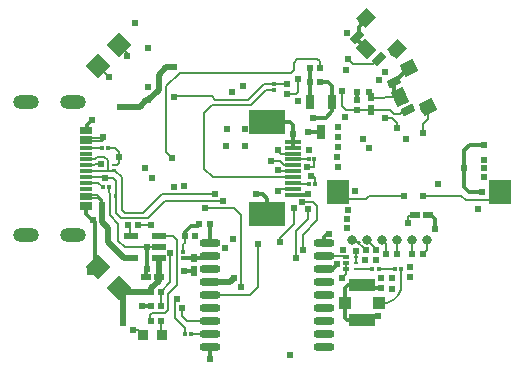
<source format=gbl>
G04 Layer: BottomLayer*
G04 Panelize: , Column: 1, Row: 1, Board Size: 43.14mm x 33.02mm, Panelized Board Size: 43.14mm x 33.02mm*
G04 EasyEDA v6.5.42, 2024-03-19 15:40:22*
G04 eeb97d59e02942aebf3b2853903f826f,9a4ed40c0dd746429eaf55b84663d2fb,10*
G04 Gerber Generator version 0.2*
G04 Scale: 100 percent, Rotated: No, Reflected: No *
G04 Dimensions in millimeters *
G04 leading zeros omitted , absolute positions ,4 integer and 5 decimal *
%FSLAX45Y45*%
%MOMM*%

%AMMACRO1*21,1,$1,$2,0,0,$3*%
%ADD10C,0.2000*%
%ADD11C,0.3000*%
%ADD12C,0.1600*%
%ADD13C,0.5000*%
%ADD14C,0.8000*%
%ADD15MACRO1,1.524X1.524X-44.9993*%
%ADD16MACRO1,1.524X1.524X-45.0007*%
%ADD17MACRO1,0.2997X1.0998X90.0000*%
%ADD18MACRO1,0.3023X1.0998X90.0000*%
%ADD19MACRO1,2X1.8X-90.0000*%
%ADD20MACRO1,1.524X1.524X-134.9993*%
%ADD21MACRO1,1.524X1.524X-135.0007*%
%ADD22MACRO1,0.54X0.5656X-90.0000*%
%ADD23MACRO1,0.54X0.5656X90.0000*%
%ADD24MACRO1,0.7X1.25X0.0000*%
%ADD25MACRO1,0.324X0.3031X-90.0000*%
%ADD26R,0.3240X0.3031*%
%ADD27MACRO1,0.324X0.3031X0.0000*%
%ADD28MACRO1,0.27X0.25X0.0000*%
%ADD29MACRO1,0.27X0.25X90.0000*%
%ADD30MACRO1,0.8X0.8X90.0000*%
%ADD31MACRO1,0.49X1.157X-90.0000*%
%ADD32MACRO1,0.49X1.175X-90.0000*%
%ADD33MACRO1,0.324X0.3031X90.0000*%
%ADD34MACRO1,0.3X1.3X90.0000*%
%ADD35MACRO1,2X3X90.0000*%
%ADD36O,1.7729962X0.6999986*%
%ADD37MACRO1,2.2X1.1X0.0000*%
%ADD38MACRO1,1.05X1X-90.0000*%
%ADD39R,0.4250X0.2800*%
%ADD40MACRO1,0.425X0.28X0.0000*%
%ADD41MACRO1,0.324X0.3685X-90.0000*%
%ADD42MACRO1,0.54X0.7901X-90.0000*%
%ADD43R,0.5400X0.7901*%
%ADD44MACRO1,0.54X0.7901X0.0000*%
%ADD45R,0.3240X0.3684*%
%ADD46MACRO1,0.324X0.3685X0.0000*%
%ADD47R,0.5400X0.5657*%
%ADD48MACRO1,0.54X0.5656X0.0000*%
%ADD49MACRO1,0.7X1.1X134.9985*%
%ADD50MACRO1,0.7X1.1X135.0015*%
%ADD51MACRO1,1.4X1.1X135.0000*%
%ADD52MACRO1,1.15X1.2X135.0009*%
%ADD53MACRO1,0.7X1.1X116.0007*%
%ADD54MACRO1,1.4X1.1X115.9997*%
%ADD55MACRO1,1.15X1.2X115.9997*%
%ADD56O,2.1999956000000003X1.1999976*%
%ADD57C,0.6096*%
%ADD58C,0.6200*%
%ADD59C,0.0124*%

%LPD*%
D10*
X-413004Y-301782D02*
G01*
X-334210Y-222991D01*
X-334210Y27602D01*
X-1045385Y718913D02*
G01*
X-854377Y718913D01*
D11*
X612Y-867011D02*
G01*
X-5Y-867011D01*
X-5Y-770003D01*
D12*
X1168986Y1668365D02*
G01*
X1214452Y1622899D01*
X1380822Y1622899D01*
X1429082Y1671413D01*
D10*
X1806780Y1042763D02*
G01*
X1806780Y1115915D01*
X1850214Y1159349D01*
X1850214Y1262473D01*
D11*
X874600Y1173573D02*
G01*
X982804Y1173573D01*
X1034366Y1225135D01*
X1034366Y1302859D01*
D12*
X1205562Y139539D02*
G01*
X1230858Y139539D01*
X1322397Y48000D01*
X1205562Y139539D02*
G01*
X1229311Y115790D01*
X1273964Y115790D01*
X1332565Y139542D02*
G01*
X1410591Y61516D01*
X1410591Y48607D01*
X1459562Y139539D02*
G01*
X1492196Y106906D01*
X1492196Y16499D01*
X1587908Y16197D02*
G01*
X1587908Y138198D01*
X1586565Y139542D01*
X1713565Y139542D02*
G01*
X1711505Y137482D01*
X1711505Y14394D01*
X1807491Y21887D02*
G01*
X1840565Y54960D01*
X1840565Y139542D01*
X1806780Y511903D02*
G01*
X2130122Y511903D01*
X2167714Y474057D01*
X2378026Y474057D01*
X2452956Y548987D01*
X1644982Y508601D02*
G01*
X1347294Y508347D01*
X1322148Y483201D01*
X1148666Y483201D01*
X1082880Y548987D01*
D11*
X706704Y518761D02*
G01*
X820244Y518761D01*
X830988Y529506D01*
X833998Y1049398D02*
G01*
X837430Y1052830D01*
X939297Y1052830D01*
D12*
X840818Y613503D02*
G01*
X706706Y613503D01*
X706706Y618837D01*
X889081Y613503D02*
G01*
X889081Y665827D01*
X875113Y679797D01*
X852299Y679797D01*
D10*
X706605Y868850D02*
G01*
X602648Y868850D01*
X574499Y896998D01*
X706617Y568868D02*
G01*
X597656Y568868D01*
X580189Y551400D01*
D11*
X2321384Y943449D02*
G01*
X2200226Y943449D01*
X2153998Y897221D01*
X2153998Y746345D01*
X2153996Y746401D02*
G01*
X2153996Y587700D01*
X2198093Y543603D01*
X2308202Y543603D01*
D10*
X1677748Y278985D02*
G01*
X1677748Y330039D01*
X1695274Y347565D01*
X1735406Y347565D01*
D11*
X1844299Y347690D02*
G01*
X1874100Y347690D01*
X1903199Y318592D01*
X1903199Y232503D01*
D12*
X706706Y668875D02*
G01*
X23700Y668875D01*
X-46911Y739487D01*
X-46911Y1214721D01*
X21922Y1283301D01*
X347042Y1283301D01*
X473280Y1409539D01*
X541860Y1409539D01*
X541860Y1457799D02*
G01*
X455500Y1457799D01*
X319102Y1321401D01*
X46814Y1321401D01*
X16588Y1351881D01*
X-297355Y1351881D01*
X-304975Y1344007D01*
X933782Y1595975D02*
G01*
X933782Y1648553D01*
X906604Y1672175D01*
X741758Y1672175D01*
X708484Y1638647D01*
X708484Y1578195D01*
X684862Y1554573D01*
X-255953Y1554573D01*
X-371777Y1438749D01*
X-371777Y886045D01*
X-318691Y832959D01*
D11*
X1034366Y1302859D02*
G01*
X1034366Y1444337D01*
X1003378Y1475325D01*
X930988Y1475325D01*
D12*
X652858Y1373217D02*
G01*
X731344Y1373217D01*
X745822Y1387695D01*
X745822Y1500725D01*
D13*
X-520113Y1319877D02*
G01*
X-434261Y1405729D01*
X-434261Y1535269D01*
X-370253Y1599277D01*
X-299641Y1599277D01*
D10*
X-853498Y1513497D02*
G01*
X-853498Y1516593D01*
X-947199Y1610293D01*
X-698698Y1690496D02*
G01*
X-698698Y1720999D01*
X-767595Y1789897D01*
X-498015Y-551594D02*
G01*
X-508175Y-541688D01*
X-508175Y-502318D01*
X-488363Y-482506D01*
X-381429Y-482506D01*
X-353997Y-455074D01*
X-353997Y-318930D01*
X-278305Y-243238D01*
X-278305Y138777D01*
X-312087Y172559D01*
X-397431Y172559D01*
D13*
X81Y-219872D02*
G01*
X170129Y-219872D01*
X206707Y-183294D01*
D11*
X962230Y110073D02*
G01*
X962230Y160619D01*
X993018Y191406D01*
X1012802Y191406D01*
D12*
X-224995Y35821D02*
G01*
X-224983Y102887D01*
X-213890Y113979D01*
X-213890Y167098D01*
X1246207Y1234531D02*
G01*
X1154257Y1234531D01*
X1114808Y1273980D01*
X1114808Y1399786D01*
D10*
X-208711Y-658530D02*
G01*
X-208711Y-609249D01*
X-296334Y-521622D01*
X-296334Y-381231D01*
X-278991Y-363888D01*
D11*
X-541423Y-176105D02*
G01*
X-541423Y-111848D01*
X-536084Y-106507D01*
X-535500Y-105918D01*
X-535500Y77561D01*
X-499285Y-419511D02*
G01*
X-549826Y-419511D01*
X-550616Y-420301D01*
X-571192Y-420301D01*
D10*
X-412671Y-419514D02*
G01*
X-412925Y-301912D01*
X-562937Y-670745D02*
G01*
X-609384Y-624298D01*
X-649800Y-624298D01*
X81Y-550072D02*
G01*
X-190926Y-550072D01*
X-232788Y-508210D01*
X-232788Y-436506D01*
D12*
X1678863Y1237378D02*
G01*
X1641358Y1237366D01*
X1607139Y1203154D01*
X1559664Y1203154D01*
X1528284Y1234531D01*
X1246207Y1234531D01*
D11*
X844306Y1302867D02*
G01*
X847257Y1305819D01*
X847257Y1596009D01*
X-138300Y-16898D02*
G01*
X-16901Y-16898D01*
X-5Y-2D01*
X81Y110073D02*
G01*
X-2435Y112590D01*
X-2435Y271772D01*
D10*
X-1045461Y919022D02*
G01*
X-1042609Y916170D01*
X-910104Y916170D01*
X-1045385Y768951D02*
G01*
X-979345Y767935D01*
X-970709Y776571D01*
X-924989Y776571D01*
X-1045461Y668837D02*
G01*
X-891346Y668837D01*
X-884171Y661662D01*
X-906523Y581398D02*
G01*
X-944029Y618904D01*
X-1045461Y618904D01*
X-677186Y264406D02*
G01*
X-677186Y172918D01*
X-676826Y172557D01*
X-1045385Y818989D02*
G01*
X-973757Y818989D01*
X-952167Y840579D01*
X-892477Y840579D01*
X-865299Y813655D01*
X-865299Y721707D01*
X-1045461Y518972D02*
G01*
X-953571Y518972D01*
X-910333Y475734D01*
X-910333Y433824D01*
X-1045448Y488995D02*
G01*
X-945436Y488995D01*
X-910333Y453895D01*
X-910333Y433824D01*
X-1045461Y968923D02*
G01*
X-1035215Y979167D01*
X-911092Y979167D01*
X-907539Y982723D01*
X-907539Y1011674D01*
D13*
X-734108Y-567900D02*
G01*
X-736704Y-565304D01*
X-736704Y-296171D01*
D10*
X-160449Y-658528D02*
G01*
X78Y-660052D01*
X1149581Y-5798D02*
G01*
X1143784Y-2D01*
X962304Y-2D01*
X1237079Y-105801D02*
G01*
X1370208Y-105801D01*
X1372872Y-108465D01*
X1427736Y-108465D02*
G01*
X1429765Y-110495D01*
X1565429Y-110495D01*
X1237084Y-55811D02*
G01*
X1237084Y-14655D01*
X1229550Y-7122D01*
X1237079Y-5801D02*
G01*
X1235991Y-4714D01*
X1235991Y46194D01*
X1149581Y-55811D02*
G01*
X1149581Y-99580D01*
X1142039Y-107121D01*
D12*
X706704Y718911D02*
G01*
X586897Y718911D01*
X574296Y731512D01*
X706683Y768913D02*
G01*
X627578Y768913D01*
X590710Y805781D01*
X514682Y805781D01*
X706681Y818923D02*
G01*
X812545Y818923D01*
X813064Y818405D01*
X837440Y818405D01*
X885746Y818403D02*
G01*
X885746Y754499D01*
X823191Y754499D01*
X1486489Y1170132D02*
G01*
X1542361Y1170132D01*
X1588264Y1124231D01*
X1588264Y1088890D01*
D10*
X1149581Y-105801D02*
G01*
X1149581Y-148369D01*
X1116840Y-181109D01*
X113362Y470247D02*
G01*
X-380159Y470247D01*
X-526971Y323435D01*
X-754301Y323435D01*
X-794433Y363567D01*
X-794433Y635855D01*
X-820341Y661763D01*
X-884095Y661763D01*
D11*
X-224995Y-19009D02*
G01*
X-210050Y-19009D01*
X-207939Y-16898D01*
X-138300Y-16898D01*
X1607271Y1349885D02*
G01*
X1562684Y1394472D01*
X1562684Y1475554D01*
X1324815Y1754459D02*
G01*
X1241717Y1837557D01*
X1241717Y1858746D01*
X706683Y918926D02*
G01*
X706683Y968913D01*
X706681Y968910D02*
G01*
X706630Y968961D01*
X706630Y1032756D01*
X487329Y1133911D02*
G01*
X491337Y1137920D01*
X681227Y1137920D01*
X706627Y1112520D01*
X706627Y1032763D01*
X487332Y353903D02*
G01*
X487332Y488027D01*
X448828Y526534D01*
X392940Y526534D01*
X1246202Y1321147D02*
G01*
X1247726Y1391759D01*
D10*
X1365585Y1343766D02*
G01*
X1373057Y1336294D01*
X1475231Y1336294D01*
X1488823Y1349885D01*
X1607271Y1349885D01*
D11*
X-1045385Y1048857D02*
G01*
X-1042334Y1051907D01*
X-1042334Y1111575D01*
X-1001773Y1152136D01*
X-1045448Y438960D02*
G01*
X-1047493Y355597D01*
X-994150Y302252D01*
X-989073Y302252D01*
X-989073Y302252D02*
G01*
X-971951Y285130D01*
X-971951Y-60904D01*
D10*
X-858187Y581499D02*
G01*
X-858187Y541621D01*
X-842947Y526127D01*
X-842947Y506569D01*
D13*
X-676831Y-17432D02*
G01*
X-725853Y-17432D01*
X-859203Y115917D01*
X-859203Y239615D01*
X-910257Y290669D01*
X-910257Y433925D01*
D10*
X-847265Y491583D02*
G01*
X-847265Y344263D01*
X-774875Y271873D01*
X-774875Y130903D01*
X-721535Y77563D01*
X-397431Y77563D01*
X-628878Y264413D02*
G01*
X-576577Y263144D01*
X-575045Y261612D01*
X-495297Y261612D01*
X-769033Y842611D02*
G01*
X-769033Y879949D01*
X-805609Y916271D01*
X-861743Y916271D01*
X-812467Y770983D02*
G01*
X-785289Y770983D01*
X-769033Y787239D01*
X-769033Y842611D01*
D11*
X-138300Y-125915D02*
G01*
X-141371Y-128986D01*
X-220804Y-128986D01*
X-89004Y271769D02*
G01*
X-103725Y257047D01*
X-160776Y257047D01*
X-213890Y203934D01*
X-213890Y167098D01*
X1290657Y-243987D02*
G01*
X1314645Y-267977D01*
X1452628Y-267977D01*
X1290652Y-543974D02*
G01*
X1164668Y-543974D01*
X1148158Y-527718D01*
X1148158Y-394114D01*
X1148158Y-394114D02*
G01*
X1148158Y-265844D01*
X1170002Y-244000D01*
X1290652Y-244000D01*
D10*
X-1045385Y999075D02*
G01*
X-907463Y999075D01*
X-907463Y1011775D01*
D11*
X1562684Y1475554D02*
G01*
X1682193Y1595064D01*
X1687977Y1595064D01*
X1241717Y1858746D02*
G01*
X1264920Y1881949D01*
X1264920Y1943354D01*
X1321287Y1999721D01*
X1321287Y2012543D01*
D13*
X-758111Y1265013D02*
G01*
X-593011Y1266029D01*
X-538909Y1319877D01*
X-520113Y1319877D01*
D12*
X-403044Y-671428D02*
G01*
X-411502Y-662970D01*
X-411502Y-551695D01*
D10*
X1433146Y-394114D02*
G01*
X1503172Y-394207D01*
X1622043Y-230631D02*
G01*
X1622043Y-230631D01*
X1620812Y-110459D01*
D11*
X962230Y-109888D02*
G01*
X1039700Y-109888D01*
X1079070Y-70518D01*
D10*
X45798Y528921D02*
G01*
X-402511Y528921D01*
X-568373Y363059D01*
X-722043Y363059D01*
X-746173Y387189D01*
X-746173Y667351D01*
X-800529Y721707D01*
X-852599Y721707D01*
D12*
X652858Y1459831D02*
G01*
X541860Y1457799D01*
X594591Y123588D02*
G01*
X594591Y157472D01*
X708304Y271185D01*
X708304Y407103D01*
X731395Y-17406D02*
G01*
X731395Y215696D01*
X828596Y312894D01*
X828596Y397200D01*
X785700Y52189D02*
G01*
X785700Y181201D01*
X909594Y305094D01*
X909594Y422694D01*
X876901Y455399D01*
X779096Y455399D01*
D10*
X81Y-330103D02*
G01*
X336196Y-330103D01*
X408891Y-257408D01*
X408891Y104995D01*
D12*
X263095Y-262491D02*
G01*
X263095Y350700D01*
X207299Y406496D01*
X-42595Y406496D01*
D13*
X-432407Y-176105D02*
G01*
X-432407Y-206502D01*
X-499534Y-273629D01*
X-499534Y-301658D01*
X-736518Y-301658D01*
X-736518Y-296072D01*
X-432407Y-176105D02*
G01*
X-434794Y-173718D01*
X-434794Y-15753D01*
D14*
G01*
X1459562Y139539D03*
G01*
X1586562Y139539D03*
G01*
X1713562Y139539D03*
G01*
X1840562Y139539D03*
G01*
X1332562Y139539D03*
G01*
X1205562Y139539D03*
D15*
G01*
X-947736Y-92984D03*
D16*
G01*
X-768130Y-272587D03*
D17*
G01*
X-1045382Y488970D03*
G01*
X-1045382Y518942D03*
G01*
X-1045382Y568980D03*
D18*
G01*
X-1045382Y618891D03*
D17*
G01*
X-1045382Y668802D03*
G01*
X-1045382Y718840D03*
G01*
X-1045382Y768878D03*
G01*
X-1045382Y818916D03*
G01*
X-1045382Y868954D03*
G01*
X-1045382Y918992D03*
D18*
G01*
X-1045382Y968903D03*
D17*
G01*
X-1045382Y999002D03*
G01*
X-1045382Y438932D03*
G01*
X-1045382Y408960D03*
G01*
X-1045382Y1048786D03*
D18*
G01*
X-1045382Y1078885D03*
D19*
G01*
X1082898Y545000D03*
G01*
X2452895Y545000D03*
D20*
G01*
X-767595Y1789898D03*
D21*
G01*
X-947199Y1610292D03*
D22*
G01*
X-413015Y-301800D03*
G01*
X-499581Y-301800D03*
D23*
G01*
X-499281Y-419399D03*
G01*
X-412715Y-419399D03*
D24*
G01*
X939297Y1052830D03*
G01*
X1034293Y1302765D03*
G01*
X844301Y1302765D03*
D25*
G01*
X889053Y613498D03*
G01*
X840742Y613498D03*
D26*
G01*
X541809Y1457850D03*
D27*
G01*
X541799Y1409542D03*
D25*
G01*
X885753Y818398D03*
G01*
X837443Y818398D03*
D28*
G01*
X-812467Y728692D03*
G01*
X-812467Y771110D03*
D29*
G01*
X-800402Y506569D03*
G01*
X-842820Y506569D03*
D30*
G01*
X-403042Y-671446D03*
G01*
X-562942Y-670745D03*
D31*
G01*
X-434797Y174243D03*
G01*
X-434797Y79248D03*
G01*
X-434797Y-15748D03*
D32*
G01*
X-665530Y-15748D03*
G01*
X-665530Y174243D03*
D33*
G01*
X-906472Y581499D03*
G01*
X-858161Y581499D03*
D25*
G01*
X-861717Y916271D03*
G01*
X-910028Y916271D03*
D34*
G01*
X706615Y518853D03*
G01*
X706615Y568853D03*
G01*
X706615Y618853D03*
G01*
X706615Y668853D03*
G01*
X706615Y718853D03*
G01*
X706615Y768852D03*
G01*
X706615Y818852D03*
G01*
X706615Y868852D03*
G01*
X706615Y918852D03*
G01*
X706615Y968852D03*
D35*
G01*
X487265Y1133853D03*
G01*
X487268Y353852D03*
D36*
G01*
X2Y-770008D03*
G01*
X2Y-660001D03*
G01*
X2Y-549993D03*
G01*
X2Y-440011D03*
G01*
X2Y-330004D03*
G01*
X2Y-219997D03*
G01*
X2Y-110015D03*
G01*
X2Y-7D03*
G01*
X2Y109999D03*
G01*
X962306Y109999D03*
G01*
X962306Y-7D03*
G01*
X962306Y-110015D03*
G01*
X962306Y-219997D03*
G01*
X962306Y-330004D03*
G01*
X962306Y-440011D03*
G01*
X962306Y-549993D03*
G01*
X962306Y-660001D03*
G01*
X962306Y-770008D03*
D37*
G01*
X1290645Y-243998D03*
D38*
G01*
X1148158Y-394000D03*
D37*
G01*
X1290647Y-544000D03*
D38*
G01*
X1433151Y-394000D03*
D39*
G01*
X1237084Y-5824D03*
G01*
X1237084Y-55811D03*
G01*
X1237084Y-105824D03*
D40*
G01*
X1149579Y-105816D03*
G01*
X1149579Y-55816D03*
G01*
X1149579Y-5816D03*
D41*
G01*
X1427723Y-108457D03*
G01*
X1372880Y-108457D03*
D23*
G01*
X847248Y1595996D03*
G01*
X933814Y1595996D03*
D42*
G01*
X1844301Y347698D03*
G01*
X1735289Y347698D03*
D43*
G01*
X-138300Y-16898D03*
D44*
G01*
X-138300Y-125905D03*
D41*
G01*
X1620255Y-110489D03*
G01*
X1565412Y-110489D03*
D42*
G01*
X-432394Y-176100D03*
G01*
X-541406Y-176100D03*
D25*
G01*
X-160502Y-658621D03*
G01*
X-208813Y-658621D03*
D45*
G01*
X-224990Y-19032D03*
D46*
G01*
X-224998Y35821D03*
D22*
G01*
X-2437Y271780D03*
G01*
X-89002Y271780D03*
D47*
G01*
X652807Y1459882D03*
D48*
G01*
X652797Y1373313D03*
D49*
G01*
X1429109Y1671365D03*
D50*
G01*
X1241725Y1858749D03*
D51*
G01*
X1324811Y1754450D03*
D52*
G01*
X1582905Y1750917D03*
G01*
X1321276Y2012544D03*
D22*
G01*
X931020Y1475346D03*
G01*
X844454Y1475346D03*
D53*
G01*
X1678846Y1237367D03*
G01*
X1562677Y1475549D03*
D54*
G01*
X1607278Y1349882D03*
D55*
G01*
X1850161Y1262514D03*
G01*
X1687964Y1595066D03*
D43*
G01*
X1365582Y1343753D03*
D44*
G01*
X1365585Y1234752D03*
D47*
G01*
X1246202Y1234533D03*
D48*
G01*
X1246205Y1321111D03*
D22*
G01*
X-609672Y264507D03*
G01*
X-696238Y264507D03*
G01*
X-411516Y-551698D03*
G01*
X-498082Y-551698D03*
D10*
G75*
G01*
X1508252Y-392430D02*
G03*
X1621658Y-230657I-41649J149833D01*
D56*
G01*
X-1160447Y181907D03*
G01*
X-1560446Y181907D03*
G01*
X-1160447Y1305882D03*
G01*
X-1560446Y1305882D03*
D14*
G01*
X1562254Y1730265D03*
G01*
X1300609Y1991885D03*
G01*
X1823900Y1249697D03*
G01*
X1661695Y1582234D03*
D57*
G01*
X-520113Y1319979D03*
G01*
X1903199Y232503D03*
G01*
X-526463Y1764225D03*
G01*
X-758111Y1265115D03*
G01*
X-523669Y1429453D03*
G01*
X277954Y1440121D03*
G01*
X187784Y1391861D03*
G01*
X-299641Y1599379D03*
G01*
X-304975Y1344109D03*
G01*
X-853488Y1513502D03*
G01*
X-698700Y1690489D03*
G01*
X-631111Y1972657D03*
G01*
X-1001773Y1152136D03*
G01*
X1114808Y1399786D03*
G01*
X1486486Y1170119D03*
G01*
X1588264Y1088890D03*
G01*
X1806907Y511802D03*
G01*
X-925065Y776470D03*
G01*
X-884171Y661662D03*
G01*
X45722Y528820D03*
G01*
X113286Y470146D03*
G01*
X-910333Y433824D03*
G01*
X-907539Y1011674D03*
G01*
X-734108Y-567900D03*
G01*
X-649805Y-624288D03*
G01*
X-278991Y-363888D03*
G01*
X194693Y145204D03*
G01*
X129898Y71086D03*
G01*
X-232788Y-436506D03*
G01*
X408891Y104995D03*
G01*
X731395Y-17406D03*
G01*
X828601Y397197D03*
G01*
X263095Y-262491D03*
G01*
X-42593Y406493D03*
G01*
X1116840Y-181109D03*
G01*
X1127991Y56100D03*
G01*
X1232689Y553788D03*
G01*
X1165506Y394200D03*
G01*
X1165202Y313809D03*
G01*
X-545335Y748276D03*
G01*
X-489201Y664964D03*
G01*
X-218691Y592320D03*
G01*
X-307591Y589272D03*
G01*
X852299Y679797D03*
G01*
X779096Y455388D03*
G01*
X574296Y731512D03*
G01*
X708306Y407103D03*
G01*
X514682Y805781D03*
G01*
X823191Y754499D03*
G01*
X-318767Y832858D03*
G01*
X2308202Y543603D03*
G01*
X2321384Y943500D03*
G01*
X2153998Y746396D03*
G01*
X1082398Y751197D03*
G01*
X1075794Y837887D03*
G01*
X1080594Y923409D03*
G01*
X1084201Y1007407D03*
G01*
X1140005Y1177206D03*
G01*
X1085090Y1091100D03*
G01*
X140972Y1076952D03*
G01*
X134114Y931410D03*
G01*
X300230Y1080508D03*
G01*
X296674Y931410D03*
G01*
X1148336Y1573268D03*
G01*
X1486486Y1555488D03*
G01*
X745797Y1500598D03*
G01*
X706630Y1032756D03*
G01*
X392940Y526534D03*
G01*
X749302Y1309616D03*
G01*
X1431902Y1493385D03*
G01*
X1247726Y1391759D03*
G01*
X1157556Y1892139D03*
G01*
X1299898Y992700D03*
G01*
X874499Y1173599D03*
G01*
X2318133Y817872D03*
G01*
X2273708Y399610D03*
G01*
X1677621Y279087D03*
G01*
X1235991Y46194D03*
G01*
X-989073Y302252D03*
G01*
X-1013711Y-135389D03*
G01*
X-769109Y842510D03*
G01*
X-495297Y261612D03*
G01*
X-220799Y-128988D03*
G01*
X612Y-867011D03*
G01*
X-213890Y167098D03*
G01*
X-127505Y167403D03*
G01*
X839701Y900295D03*
G01*
X1350342Y914493D03*
G01*
X1078994Y-70619D03*
G01*
X1452628Y-267977D03*
G01*
X1012802Y191406D03*
G01*
X2321943Y742942D03*
G01*
X2323238Y667504D03*
G01*
X1346964Y1389118D03*
G01*
X1164008Y236999D03*
G01*
X1314198Y-32519D03*
G01*
X1402844Y-30233D03*
G01*
X1452882Y-181617D03*
G01*
X1543052Y-183649D03*
G01*
X1696468Y-178061D03*
G01*
X1694436Y-88653D03*
G01*
X1541274Y-280423D03*
G01*
X1425450Y-505213D03*
G01*
X1148158Y-394114D03*
G01*
X1290652Y-543974D03*
G01*
X1290652Y-244000D03*
G01*
X785700Y52189D03*
G01*
X594591Y123588D03*
G01*
X206707Y-183294D03*
G01*
X-334210Y27602D03*
D58*
G01*
X-535505Y77563D03*
G01*
X-571192Y-420301D03*
D57*
G01*
X680392Y-835210D03*
G01*
X1930783Y614494D03*
G01*
X574499Y896993D03*
G01*
X830988Y529506D03*
G01*
X834011Y1049393D03*
G01*
X580189Y551400D03*
G01*
X1659206Y991201D03*
G01*
X1644906Y508500D03*
G01*
X1807491Y21887D03*
G01*
X1711505Y14394D03*
G01*
X1587908Y16197D03*
G01*
X1492201Y16502D03*
G01*
X1410591Y48607D03*
G01*
X1322402Y47998D03*
G01*
X1806907Y1042789D03*
G01*
X1169088Y1668289D03*
D58*
G01*
X-536089Y-106509D03*
M02*

</source>
